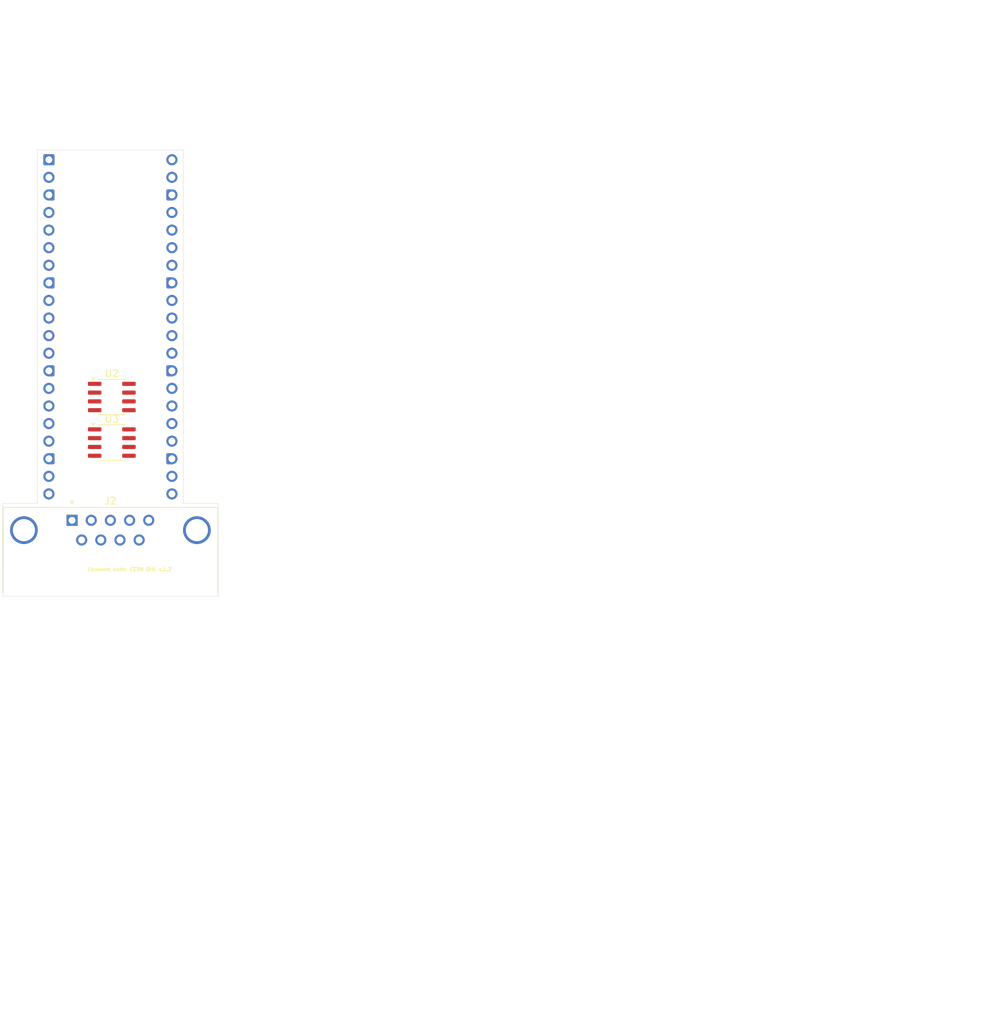
<source format=kicad_pcb>
(kicad_pcb (version 20241229) (generator "pcbnew") (generator_version "9.0")
  (layers (0 "F.Cu" signal) (2 "B.Cu" signal) (13 "F.Paste" user) (15 "B.Paste" user) (5 "F.SilkS" user "F.Silkscreen") (7 "B.SilkS" user "B.Silkscreen") (1 "F.Mask" user) (3 "B.Mask" user) (25 "Edge.Cuts" user))
  (net 0 "")
  (net 6 "GND")
  (net 34 "/CAN-")
  (net 35 "/MODBUS+")
  (net 36 "/CAN+")
  (net 37 "VCC")
  (net 39 "/MODBUS-")
  (footprint "Module:RaspberryPi_Pico_Common_Unspecified" (layer "F.Cu") (at 152.4 76.2)
    (property "Reference" "A2" (hide yes))
    (property "Value" "RaspberryPi_Pico")
    (pad "1" thru_hole roundrect (at -8.89 -24.13) (size 1.6 1.6) (drill 1) (layers "*.Cu" "*.Mask") (roundrect_rratio 0.125))
    (pad "2" thru_hole circle (at -8.89 -21.59) (size 1.6 1.6) (drill 1) (layers "*.Cu" "*.Mask"))
    (pad "3" thru_hole custom (at -8.89 -19.05) (size 1.6 1.6) (drill 1) (layers "*.Cu" "*.Mask") (net 6 "GND") (options (clearance outline) (anchor circle)) (primitives (gr_poly (pts (xy 0.8 0.6) (xy 0.8 -0.6) (xy 0.6 -0.8) (xy 0 -0.8) (xy 0 0.8) (xy 0.6 0.8)) (width 0) (fill yes)) (gr_circle (center 0.6 0.6) (end 0.8 0.6) (width 0) (fill yes)) (gr_circle (center 0.6 -0.6) (end 0.8 -0.6) (width 0) (fill yes))))
    (pad "4" thru_hole circle (at -8.89 -16.51) (size 1.6 1.6) (drill 1) (layers "*.Cu" "*.Mask"))
    (pad "5" thru_hole circle (at -8.89 -13.97) (size 1.6 1.6) (drill 1) (layers "*.Cu" "*.Mask"))
    (pad "6" thru_hole circle (at -8.89 -11.43) (size 1.6 1.6) (drill 1) (layers "*.Cu" "*.Mask"))
    (pad "7" thru_hole circle (at -8.89 -8.89) (size 1.6 1.6) (drill 1) (layers "*.Cu" "*.Mask"))
    (pad "8" thru_hole custom (at -8.89 -6.35) (size 1.6 1.6) (drill 1) (layers "*.Cu" "*.Mask") (net 6 "GND") (options (clearance outline) (anchor circle)) (primitives (gr_poly (pts (xy 0.8 0.6) (xy 0.8 -0.6) (xy 0.6 -0.8) (xy 0 -0.8) (xy 0 0.8) (xy 0.6 0.8)) (width 0) (fill yes)) (gr_circle (center 0.6 0.6) (end 0.8 0.6) (width 0) (fill yes)) (gr_circle (center 0.6 -0.6) (end 0.8 -0.6) (width 0) (fill yes))))
    (pad "9" thru_hole circle (at -8.89 -3.81) (size 1.6 1.6) (drill 1) (layers "*.Cu" "*.Mask"))
    (pad "10" thru_hole circle (at -8.89 -1.27) (size 1.6 1.6) (drill 1) (layers "*.Cu" "*.Mask"))
    (pad "11" thru_hole circle (at -8.89 1.27) (size 1.6 1.6) (drill 1) (layers "*.Cu" "*.Mask"))
    (pad "12" thru_hole circle (at -8.89 3.81) (size 1.6 1.6) (drill 1) (layers "*.Cu" "*.Mask"))
    (pad "13" thru_hole custom (at -8.89 6.35) (size 1.6 1.6) (drill 1) (layers "*.Cu" "*.Mask") (net 6 "GND") (options (clearance outline) (anchor circle)) (primitives (gr_poly (pts (xy 0.8 0.6) (xy 0.8 -0.6) (xy 0.6 -0.8) (xy 0 -0.8) (xy 0 0.8) (xy 0.6 0.8)) (width 0) (fill yes)) (gr_circle (center 0.6 0.6) (end 0.8 0.6) (width 0) (fill yes)) (gr_circle (center 0.6 -0.6) (end 0.8 -0.6) (width 0) (fill yes))))
    (pad "14" thru_hole circle (at -8.89 8.89) (size 1.6 1.6) (drill 1) (layers "*.Cu" "*.Mask"))
    (pad "15" thru_hole circle (at -8.89 11.43) (size 1.6 1.6) (drill 1) (layers "*.Cu" "*.Mask"))
    (pad "16" thru_hole circle (at -8.89 13.97) (size 1.6 1.6) (drill 1) (layers "*.Cu" "*.Mask"))
    (pad "17" thru_hole circle (at -8.89 16.51) (size 1.6 1.6) (drill 1) (layers "*.Cu" "*.Mask"))
    (pad "18" thru_hole custom (at -8.89 19.05) (size 1.6 1.6) (drill 1) (layers "*.Cu" "*.Mask") (net 6 "GND") (options (clearance outline) (anchor circle)) (primitives (gr_poly (pts (xy 0.8 0.6) (xy 0.8 -0.6) (xy 0.6 -0.8) (xy 0 -0.8) (xy 0 0.8) (xy 0.6 0.8)) (width 0) (fill yes)) (gr_circle (center 0.6 0.6) (end 0.8 0.6) (width 0) (fill yes)) (gr_circle (center 0.6 -0.6) (end 0.8 -0.6) (width 0) (fill yes))))
    (pad "19" thru_hole circle (at -8.89 21.59) (size 1.6 1.6) (drill 1) (layers "*.Cu" "*.Mask"))
    (pad "20" thru_hole circle (at -8.89 24.13) (size 1.6 1.6) (drill 1) (layers "*.Cu" "*.Mask"))
    (pad "21" thru_hole circle (at 8.89 24.13) (size 1.6 1.6) (drill 1) (layers "*.Cu" "*.Mask"))
    (pad "22" thru_hole circle (at 8.89 21.59) (size 1.6 1.6) (drill 1) (layers "*.Cu" "*.Mask"))
    (pad "23" thru_hole custom (at 8.89 19.05) (size 1.6 1.6) (drill 1) (layers "*.Cu" "*.Mask") (net 6 "GND") (options (clearance outline) (anchor circle)) (primitives (gr_poly (pts (xy -0.8 0.6) (xy -0.8 -0.6) (xy -0.6 -0.8) (xy 0 -0.8) (xy 0 0.8) (xy -0.6 0.8)) (width 0) (fill yes)) (gr_circle (center -0.6 0.6) (end -0.4 0.6) (width 0) (fill yes)) (gr_circle (center -0.6 -0.6) (end -0.4 -0.6) (width 0) (fill yes))))
    (pad "24" thru_hole circle (at 8.89 16.51) (size 1.6 1.6) (drill 1) (layers "*.Cu" "*.Mask"))
    (pad "25" thru_hole circle (at 8.89 13.97) (size 1.6 1.6) (drill 1) (layers "*.Cu" "*.Mask"))
    (pad "26" thru_hole circle (at 8.89 11.43) (size 1.6 1.6) (drill 1) (layers "*.Cu" "*.Mask"))
    (pad "27" thru_hole circle (at 8.89 8.89) (size 1.6 1.6) (drill 1) (layers "*.Cu" "*.Mask"))
    (pad "28" thru_hole custom (at 8.89 6.35) (size 1.6 1.6) (drill 1) (layers "*.Cu" "*.Mask") (net 6 "GND") (options (clearance outline) (anchor circle)) (primitives (gr_poly (pts (xy -0.8 0.6) (xy -0.8 -0.6) (xy -0.6 -0.8) (xy 0 -0.8) (xy 0 0.8) (xy -0.6 0.8)) (width 0) (fill yes)) (gr_circle (center -0.6 0.6) (end -0.4 0.6) (width 0) (fill yes)) (gr_circle (center -0.6 -0.6) (end -0.4 -0.6) (width 0) (fill yes))))
    (pad "29" thru_hole circle (at 8.89 3.81) (size 1.6 1.6) (drill 1) (layers "*.Cu" "*.Mask"))
    (pad "30" thru_hole circle (at 8.89 1.27) (size 1.6 1.6) (drill 1) (layers "*.Cu" "*.Mask"))
    (pad "31" thru_hole circle (at 8.89 -1.27) (size 1.6 1.6) (drill 1) (layers "*.Cu" "*.Mask"))
    (pad "32" thru_hole circle (at 8.89 -3.81) (size 1.6 1.6) (drill 1) (layers "*.Cu" "*.Mask"))
    (pad "33" thru_hole custom (at 8.89 -6.35) (size 1.6 1.6) (drill 1) (layers "*.Cu" "*.Mask") (net 6 "GND") (options (clearance outline) (anchor circle)) (primitives (gr_poly (pts (xy -0.8 0.6) (xy -0.8 -0.6) (xy -0.6 -0.8) (xy 0 -0.8) (xy 0 0.8) (xy -0.6 0.8)) (width 0) (fill yes)) (gr_circle (center -0.6 0.6) (end -0.4 0.6) (width 0) (fill yes)) (gr_circle (center -0.6 -0.6) (end -0.4 -0.6) (width 0) (fill yes))))
    (pad "34" thru_hole circle (at 8.89 -8.89) (size 1.6 1.6) (drill 1) (layers "*.Cu" "*.Mask"))
    (pad "35" thru_hole circle (at 8.89 -11.43) (size 1.6 1.6) (drill 1) (layers "*.Cu" "*.Mask"))
    (pad "36" thru_hole circle (at 8.89 -13.97) (size 1.6 1.6) (drill 1) (layers "*.Cu" "*.Mask"))
    (pad "37" thru_hole circle (at 8.89 -16.51) (size 1.6 1.6) (drill 1) (layers "*.Cu" "*.Mask"))
    (pad "38" thru_hole custom (at 8.89 -19.05) (size 1.6 1.6) (drill 1) (layers "*.Cu" "*.Mask") (net 6 "GND") (options (clearance outline) (anchor circle)) (primitives (gr_poly (pts (xy -0.8 0.6) (xy -0.8 -0.6) (xy -0.6 -0.8) (xy 0 -0.8) (xy 0 0.8) (xy -0.6 0.8)) (width 0) (fill yes)) (gr_circle (center -0.6 0.6) (end -0.4 0.6) (width 0) (fill yes)) (gr_circle (center -0.6 -0.6) (end -0.4 -0.6) (width 0) (fill yes))))
    (pad "39" thru_hole circle (at 8.89 -21.59) (size 1.6 1.6) (drill 1) (layers "*.Cu" "*.Mask"))
    (pad "40" thru_hole circle (at 8.89 -24.13) (size 1.6 1.6) (drill 1) (layers "*.Cu" "*.Mask"))
  )
  (footprint "Connector_Dsub:DSUB-9_Pins_Horizontal_P2.77x2.84mm_EdgePinOffset7.70mm_Housed_MountingHolesOffset9.12mm" (layer "F.Cu") (at 146.86 104.14)
    (property "Reference" "J2" (at 5.54 -2.8 0) (layer "F.SilkS"))
    (property "Value" "DE9")
    (fp_line (start -9.945 -1.86) (end 21.025 -1.86) (stroke (width 0.12)) (layer "F.SilkS"))
    (fp_line (start -9.945 10.48) (end -9.945 -1.86) (stroke (width 0.12)) (layer "F.SilkS"))
    (fp_line (start -0.25 -2.754338) (end 0.25 -2.754338) (stroke (width 0.12)) (layer "F.SilkS"))
    (fp_line (start 0 -2.321325) (end -0.25 -2.754338) (stroke (width 0.12)) (layer "F.SilkS"))
    (fp_line (start 0.25 -2.754338) (end 0 -2.321325) (stroke (width 0.12)) (layer "F.SilkS"))
    (fp_line (start 21.025 -1.86) (end 21.025 10.48) (stroke (width 0.12)) (layer "F.SilkS"))
    (pad "0" thru_hole circle (at -6.96 1.42) (size 4 4) (drill 3.2) (layers "*.Cu" "*.Mask") (net 6 "GND"))
    (pad "0" thru_hole circle (at 18.04 1.42) (size 4 4) (drill 3.2) (layers "*.Cu" "*.Mask") (net 6 "GND"))
    (pad "1" thru_hole rect (at 0 0) (size 1.6 1.6) (drill 1) (layers "*.Cu" "*.Mask") (net 37 "VCC"))
    (pad "2" thru_hole circle (at 2.77 0) (size 1.6 1.6) (drill 1) (layers "*.Cu" "*.Mask") (net 34 "/CAN-"))
    (pad "3" thru_hole circle (at 5.54 0) (size 1.6 1.6) (drill 1) (layers "*.Cu" "*.Mask") (net 6 "GND"))
    (pad "4" thru_hole circle (at 8.31 0) (size 1.6 1.6) (drill 1) (layers "*.Cu" "*.Mask") (net 39 "/MODBUS-"))
    (pad "5" thru_hole circle (at 11.08 0) (size 1.6 1.6) (drill 1) (layers "*.Cu" "*.Mask"))
    (pad "6" thru_hole circle (at 1.385 2.84) (size 1.6 1.6) (drill 1) (layers "*.Cu" "*.Mask") (net 6 "GND"))
    (pad "7" thru_hole circle (at 4.155 2.84) (size 1.6 1.6) (drill 1) (layers "*.Cu" "*.Mask") (net 36 "/CAN+"))
    (pad "8" thru_hole circle (at 6.925 2.84) (size 1.6 1.6) (drill 1) (layers "*.Cu" "*.Mask") (net 35 "/MODBUS+"))
    (pad "9" thru_hole circle (at 9.695 2.84) (size 1.6 1.6) (drill 1) (layers "*.Cu" "*.Mask") (net 37 "VCC"))
  )
  (footprint "Package_SO:SOIC-8_3.9x4.9mm_P1.27mm" (layer "F.Cu") (at 152.6032 86.3332)
    (property "Reference" "U2" (at 0 -3.4 0) (layer "F.SilkS"))
    (property "Value" "MAX485E")
    (fp_line (start 0 -2.56) (end -1.95 -2.56) (stroke (width 0.12)) (layer "F.SilkS"))
    (fp_line (start 0 -2.56) (end 1.95 -2.56) (stroke (width 0.12)) (layer "F.SilkS"))
    (fp_line (start 0 2.56) (end -1.95 2.56) (stroke (width 0.12)) (layer "F.SilkS"))
    (fp_line (start 0 2.56) (end 1.95 2.56) (stroke (width 0.12)) (layer "F.SilkS"))
    (fp_poly (pts (xy -2.7 -2.465) (xy -2.94 -2.795) (xy -2.46 -2.795)) (stroke (width 0.12)) (fill yes) (layer "F.SilkS"))
    (pad "1" smd roundrect (at -2.475 -1.905) (size 1.95 0.6) (layers "F.Cu" "F.Mask" "F.Paste"))
    (pad "2" smd roundrect (at -2.475 -0.635) (size 1.95 0.6) (layers "F.Cu" "F.Mask" "F.Paste"))
    (pad "3" smd roundrect (at -2.475 0.635) (size 1.95 0.6) (layers "F.Cu" "F.Mask" "F.Paste"))
    (pad "4" smd roundrect (at -2.475 1.905) (size 1.95 0.6) (layers "F.Cu" "F.Mask" "F.Paste"))
    (pad "5" smd roundrect (at 2.475 1.905) (size 1.95 0.6) (layers "F.Cu" "F.Mask" "F.Paste"))
    (pad "6" smd roundrect (at 2.475 0.635) (size 1.95 0.6) (layers "F.Cu" "F.Mask" "F.Paste"))
    (pad "7" smd roundrect (at 2.475 -0.635) (size 1.95 0.6) (layers "F.Cu" "F.Mask" "F.Paste"))
    (pad "8" smd roundrect (at 2.475 -1.905) (size 1.95 0.6) (layers "F.Cu" "F.Mask" "F.Paste"))
  )
  (footprint "Package_SO:SOIC-8_3.9x4.9mm_P1.27mm" (layer "F.Cu") (at 152.6032 92.9132)
    (property "Reference" "U3" (at 0 -3.4 0) (layer "F.SilkS"))
    (property "Value" "TPS5405DR")
    (fp_line (start 0 -2.56) (end -1.95 -2.56) (stroke (width 0.12)) (layer "F.SilkS"))
    (fp_line (start 0 -2.56) (end 1.95 -2.56) (stroke (width 0.12)) (layer "F.SilkS"))
    (fp_line (start 0 2.56) (end -1.95 2.56) (stroke (width 0.12)) (layer "F.SilkS"))
    (fp_line (start 0 2.56) (end 1.95 2.56) (stroke (width 0.12)) (layer "F.SilkS"))
    (fp_poly (pts (xy -2.7 -2.465) (xy -2.94 -2.795) (xy -2.46 -2.795)) (stroke (width 0.12)) (fill yes) (layer "F.SilkS"))
    (pad "1" smd roundrect (at -2.475 -1.905) (size 1.95 0.6) (layers "F.Cu" "F.Mask" "F.Paste"))
    (pad "2" smd roundrect (at -2.475 -0.635) (size 1.95 0.6) (layers "F.Cu" "F.Mask" "F.Paste"))
    (pad "3" smd roundrect (at -2.475 0.635) (size 1.95 0.6) (layers "F.Cu" "F.Mask" "F.Paste"))
    (pad "4" smd roundrect (at -2.475 1.905) (size 1.95 0.6) (layers "F.Cu" "F.Mask" "F.Paste"))
    (pad "5" smd roundrect (at 2.475 1.905) (size 1.95 0.6) (layers "F.Cu" "F.Mask" "F.Paste"))
    (pad "6" smd roundrect (at 2.475 0.635) (size 1.95 0.6) (layers "F.Cu" "F.Mask" "F.Paste"))
    (pad "7" smd roundrect (at 2.475 -0.635) (size 1.95 0.6) (layers "F.Cu" "F.Mask" "F.Paste"))
    (pad "8" smd roundrect (at 2.475 -1.905) (size 1.95 0.6) (layers "F.Cu" "F.Mask" "F.Paste"))
  )
  (gr_line (start 162.9156 50.6476) (end 141.8336 50.6476) (stroke (width 0.05)) (layer "Edge.Cuts"))
  (gr_line (start 141.8336 50.6476) (end 141.8336 101.7016) (stroke (width 0.05)) (layer "Edge.Cuts"))
  (gr_line (start 162.9156 101.7016) (end 162.9156 50.6476) (stroke (width 0.05)) (layer "Edge.Cuts"))
  (gr_line (start 167.9956 101.7016) (end 162.9156 101.7016) (stroke (width 0.05)) (layer "Edge.Cuts"))
  (gr_line (start 167.9956 115.1128) (end 167.9956 101.7016) (stroke (width 0.05)) (layer "Edge.Cuts"))
  (gr_line (start 136.8552 115.1128) (end 167.9956 115.1128) (stroke (width 0.05)) (layer "Edge.Cuts"))
  (gr_line (start 136.8044 101.7016) (end 136.8552 115.1128) (stroke (width 0.05)) (layer "Edge.Cuts"))
  (gr_line (start 141.8336 101.7016) (end 136.8044 101.7016) (stroke (width 0.05)) (layer "Edge.Cuts"))
  (gr_text "Licensed under CERN OHL v.1.2" (at 149.0472 111.506 -0) (layer "F.SilkS") (effects (font (size 0.5 0.5) (thickness 0.125) (bold yes)) (justify left bottom)))
)
</source>
